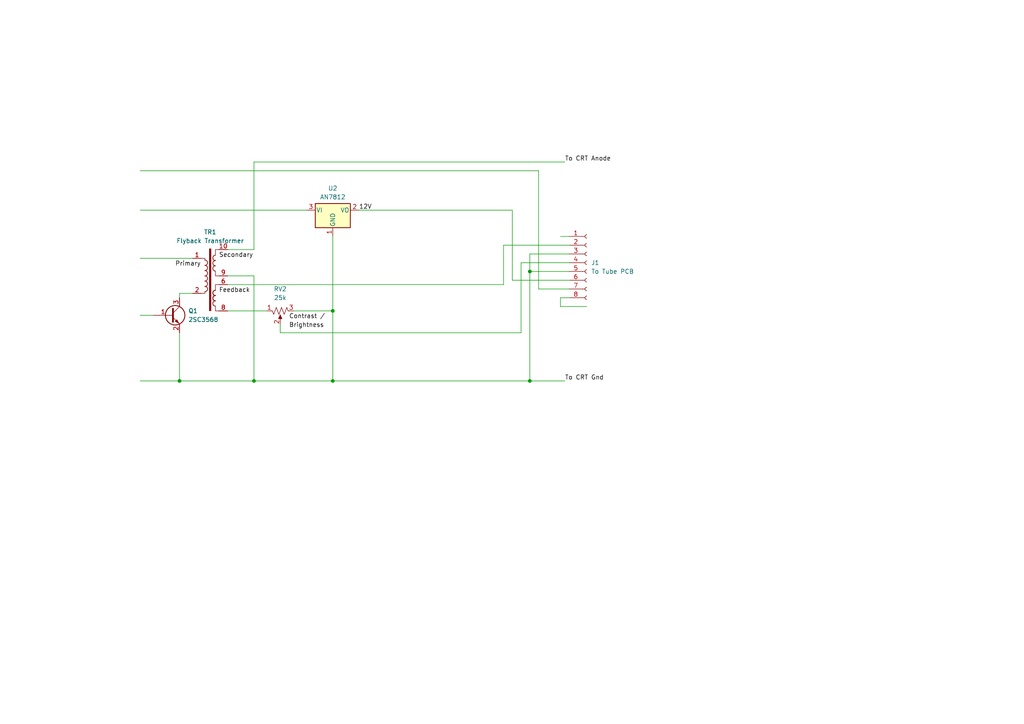
<source format=kicad_sch>
(kicad_sch (version 20211123) (generator eeschema)
  (paper "A4")
  (lib_symbols
    (symbol "Connector:Conn_01x08_Female" (pin_names (offset 1.016) hide)
      (property "Reference" "J" (at 0 10.16 0))
      (property "Value" "Conn_01x08_Female" (at 0 -12.7 0))
      (symbol "Conn_01x08_Female_1_1"
        (arc (start 0 -9.652) (mid -0.508 -10.16) (end 0 -10.668) (stroke (width 0.1524)))
        (arc (start 0 -7.112) (mid -0.508 -7.62) (end 0 -8.128) (stroke (width 0.1524)))
        (arc (start 0 -4.572) (mid -0.508 -5.08) (end 0 -5.588) (stroke (width 0.1524)))
        (arc (start 0 -2.032) (mid -0.508 -2.54) (end 0 -3.048) (stroke (width 0.1524)))
        (polyline (pts (xy -1.27 -10.16) (xy -0.508 -10.16)) (stroke (width 0.1524)))
        (polyline (pts (xy -1.27 -7.62) (xy -0.508 -7.62)) (stroke (width 0.1524)))
        (polyline (pts (xy -1.27 -5.08) (xy -0.508 -5.08)) (stroke (width 0.1524)))
        (polyline (pts (xy -1.27 -2.54) (xy -0.508 -2.54)) (stroke (width 0.1524)))
        (polyline (pts (xy -1.27 0) (xy -0.508 0)) (stroke (width 0.1524)))
        (polyline (pts (xy -1.27 2.54) (xy -0.508 2.54)) (stroke (width 0.1524)))
        (polyline (pts (xy -1.27 5.08) (xy -0.508 5.08)) (stroke (width 0.1524)))
        (polyline (pts (xy -1.27 7.62) (xy -0.508 7.62)) (stroke (width 0.1524)))
        (arc (start 0 0.508) (mid -0.508 0) (end 0 -0.508) (stroke (width 0.1524)))
        (arc (start 0 3.048) (mid -0.508 2.54) (end 0 2.032) (stroke (width 0.1524)))
        (arc (start 0 5.588) (mid -0.508 5.08) (end 0 4.572) (stroke (width 0.1524)))
        (arc (start 0 8.128) (mid -0.508 7.62) (end 0 7.112) (stroke (width 0.1524)))
        (pin passive line (at -5.08 7.62 0) (length 3.81) (name "Pin_1") (number "1"))
        (pin passive line (at -5.08 5.08 0) (length 3.81) (name "Pin_2") (number "2"))
        (pin passive line (at -5.08 2.54 0) (length 3.81) (name "Pin_3") (number "3"))
        (pin passive line (at -5.08 0 0) (length 3.81) (name "Pin_4") (number "4"))
        (pin passive line (at -5.08 -2.54 0) (length 3.81) (name "Pin_5") (number "5"))
        (pin passive line (at -5.08 -5.08 0) (length 3.81) (name "Pin_6") (number "6"))
        (pin passive line (at -5.08 -7.62 0) (length 3.81) (name "Pin_7") (number "7"))
        (pin passive line (at -5.08 -10.16 0) (length 3.81) (name "Pin_8") (number "8"))
      )
    )
    (symbol "Device:R_Potentiometer_US" (pin_names (offset 1.016) hide)
      (property "Reference" "RV" (at -4.445 0 90))
      (property "Value" "R_Potentiometer_US" (at -2.54 0 90))
      (symbol "R_Potentiometer_US_0_1"
        (polyline (pts (xy 0 -2.286) (xy 0 -2.54)))
        (polyline (pts (xy 0 2.54) (xy 0 2.286)))
        (polyline (pts (xy 2.54 0) (xy 1.524 0)))
        (polyline (pts (xy 1.143 0) (xy 2.286 0.508) (xy 2.286 -0.508) (xy 1.143 0)) (fill (type outline)))
        (polyline (pts (xy 0 -0.762) (xy 1.016 -1.143) (xy 0 -1.524) (xy -1.016 -1.905) (xy 0 -2.286)))
        (polyline (pts (xy 0 0.762) (xy 1.016 0.381) (xy 0 0) (xy -1.016 -0.381) (xy 0 -0.762)))
        (polyline (pts (xy 0 2.286) (xy 1.016 1.905) (xy 0 1.524) (xy -1.016 1.143) (xy 0 0.762)))
      )
      (symbol "R_Potentiometer_US_1_1"
        (pin passive line (at 0 3.81 270) (length 1.27) (name "1") (number "1"))
        (pin passive line (at 3.81 0 180) (length 1.27) (name "2") (number "2"))
        (pin passive line (at 0 -3.81 90) (length 1.27) (name "3") (number "3"))
      )
    )
    (symbol "Regulator_Linear:AMS1117-5.0" (pin_names (offset 0.254))
      (property "Reference" "U" (at -3.81 3.175 0))
      (property "Value" "AMS1117-5.0" (at 0 3.175 0))
      (symbol "AMS1117-5.0_0_1"
        (rectangle (start -5.08 -5.08) (end 5.08 1.905) (stroke (width 0.254)) (fill (type background)))
      )
      (symbol "AMS1117-5.0_1_1"
        (pin power_in line (at 0 -7.62 90) (length 2.54) (name "GND") (number "1"))
        (pin power_out line (at 7.62 0 180) (length 2.54) (name "VO") (number "2"))
        (pin power_in line (at -7.62 0 0) (length 2.54) (name "VI") (number "3"))
      )
    )
    (symbol "Transformer:TEZ4.0-D-2" (pin_names (offset 0.0254))
      (property "Reference" "TR" (at 0 8.89 0))
      (property "Value" "TEZ4.0-D-2" (at 0 -11.43 0))
      (symbol "TEZ4.0-D-2_0_1"
        (arc (start -1.524 -4.572) (mid -0.762 -3.81) (end -1.524 -3.048) (stroke (width 0.2032)))
        (arc (start -1.524 -3.048) (mid -0.762 -2.286) (end -1.524 -1.524) (stroke (width 0.2032)))
        (arc (start -1.524 -1.524) (mid -0.762 -0.762) (end -1.524 0) (stroke (width 0.2032)))
        (arc (start -1.524 0) (mid -0.762 0.762) (end -1.524 1.524) (stroke (width 0.2032)))
        (arc (start -1.524 1.524) (mid -0.762 2.286) (end -1.524 3.048) (stroke (width 0.2032)))
        (arc (start -1.524 3.048) (mid -0.762 3.81) (end -1.524 4.572) (stroke (width 0.2032)))
        (rectangle (start -0.254 7.874) (end 0.254 -10.16) (stroke (width 0.0254)) (fill (type outline)))
        (polyline (pts (xy -1.524 -4.572) (xy -1.524 -5.08) (xy -2.54 -5.08)))
        (polyline (pts (xy -1.524 4.572) (xy -1.524 5.08) (xy -2.54 5.08)))
        (polyline (pts (xy 1.524 -8.89) (xy 1.524 -10.16) (xy 2.54 -10.16)))
        (polyline (pts (xy 2.54 -2.54) (xy 1.524 -2.54) (xy 1.524 -4.064)))
        (polyline (pts (xy 2.54 0) (xy 1.524 0) (xy 1.524 1.27)))
        (polyline (pts (xy 2.54 7.62) (xy 1.524 7.62) (xy 1.524 6.096)))
        (arc (start 1.524 -7.239) (mid 0.762 -8.001) (end 1.524 -8.763) (stroke (width 0.2032)))
        (arc (start 1.524 -5.715) (mid 0.762 -6.477) (end 1.524 -7.239) (stroke (width 0.2032)))
        (arc (start 1.524 -5.715) (mid 0.762 -6.477) (end 1.524 -7.239) (stroke (width 0.2032)))
        (arc (start 1.524 -4.191) (mid 0.762 -4.953) (end 1.524 -5.715) (stroke (width 0.2032)))
        (arc (start 1.524 -4.191) (mid 0.762 -4.953) (end 1.524 -5.715) (stroke (width 0.2032)))
        (arc (start 1.524 2.921) (mid 0.762 2.159) (end 1.524 1.397) (stroke (width 0.2032)))
        (arc (start 1.524 4.445) (mid 0.762 3.683) (end 1.524 2.921) (stroke (width 0.2032)))
        (arc (start 1.524 5.969) (mid 0.762 5.207) (end 1.524 4.445) (stroke (width 0.2032)))
      )
      (symbol "TEZ4.0-D-2_1_1"
        (pin passive line (at -5.08 5.08 0) (length 2.54) (name "~") (number "1"))
        (pin passive line (at 5.08 7.62 180) (length 2.54) (name "~") (number "10"))
        (pin passive line (at -5.08 -5.08 0) (length 2.54) (name "~") (number "2"))
        (pin passive line (at 5.08 -2.54 180) (length 2.54) (name "~") (number "6"))
        (pin passive line (at 5.08 -10.16 180) (length 2.54) (name "~") (number "8"))
        (pin passive line (at 5.08 0 180) (length 2.54) (name "") (number "9"))
      )
    )
    (symbol "Transistor_BJT:2SC4213" (pin_names (offset 0) hide)
      (property "Reference" "Q" (at 5.08 1.905 0))
      (property "Value" "2SC4213" (at 5.08 0 0))
      (symbol "2SC4213_0_1"
        (polyline (pts (xy 0.635 0.635) (xy 2.54 2.54)))
        (polyline (pts (xy 0.635 -0.635) (xy 2.54 -2.54) (xy 2.54 -2.54)))
        (polyline (pts (xy 0.635 1.905) (xy 0.635 -1.905) (xy 0.635 -1.905)) (stroke (width 0.508)))
        (polyline (pts (xy 1.27 -1.778) (xy 1.778 -1.27) (xy 2.286 -2.286) (xy 1.27 -1.778) (xy 1.27 -1.778)) (fill (type outline)))
        (circle (center 1.27 0) (radius 2.8194) (stroke (width 0.254)))
      )
      (symbol "2SC4213_1_1"
        (pin input line (at -5.08 0 0) (length 5.715) (name "B") (number "1"))
        (pin passive line (at 2.54 -5.08 90) (length 2.54) (name "E") (number "2"))
        (pin passive line (at 2.54 5.08 270) (length 2.54) (name "C") (number "3"))
      )
    )
  )
  (junction (at 96.52 90.17))
  (junction (at 153.67 110.49))
  (junction (at 153.67 78.74))
  (junction (at 52.07 110.49))
  (junction (at 96.52 110.49))
  (junction (at 73.66 110.49))
  (wire (pts (xy 40.64 91.44) (xy 44.45 91.44)))
  (wire (pts (xy 148.59 60.96) (xy 148.59 81.28)))
  (wire (pts (xy 162.56 86.36) (xy 162.56 88.9)))
  (wire (pts (xy 55.88 85.09) (xy 52.07 85.09)))
  (wire (pts (xy 146.05 82.55) (xy 146.05 71.12)))
  (wire (pts (xy 96.52 110.49) (xy 153.67 110.49)))
  (wire (pts (xy 151.13 76.2) (xy 165.1 76.2)))
  (wire (pts (xy 85.09 90.17) (xy 96.52 90.17)))
  (wire (pts (xy 165.1 86.36) (xy 162.56 86.36)))
  (wire (pts (xy 162.56 88.9) (xy 170.18 88.9)))
  (wire (pts (xy 73.66 80.01) (xy 73.66 110.49)))
  (wire (pts (xy 40.64 110.49) (xy 52.07 110.49)))
  (wire (pts (xy 146.05 71.12) (xy 165.1 71.12)))
  (wire (pts (xy 40.64 49.53) (xy 156.21 49.53)))
  (wire (pts (xy 81.28 93.98) (xy 81.28 96.52)))
  (wire (pts (xy 96.52 68.58) (xy 96.52 90.17)))
  (wire (pts (xy 96.52 90.17) (xy 96.52 110.49)))
  (wire (pts (xy 66.04 82.55) (xy 146.05 82.55)))
  (wire (pts (xy 104.14 60.96) (xy 148.59 60.96)))
  (wire (pts (xy 73.66 72.39) (xy 73.66 46.99)))
  (wire (pts (xy 73.66 110.49) (xy 96.52 110.49)))
  (wire (pts (xy 81.28 96.52) (xy 151.13 96.52)))
  (wire (pts (xy 66.04 80.01) (xy 73.66 80.01)))
  (wire (pts (xy 165.1 83.82) (xy 156.21 83.82)))
  (wire (pts (xy 153.67 78.74) (xy 153.67 110.49)))
  (wire (pts (xy 156.21 49.53) (xy 156.21 83.82)))
  (wire (pts (xy 153.67 73.66) (xy 153.67 78.74)))
  (wire (pts (xy 66.04 90.17) (xy 77.47 90.17)))
  (wire (pts (xy 148.59 81.28) (xy 165.1 81.28)))
  (wire (pts (xy 40.64 74.93) (xy 55.88 74.93)))
  (wire (pts (xy 162.56 68.58) (xy 165.1 68.58)))
  (wire (pts (xy 40.64 60.96) (xy 88.9 60.96)))
  (wire (pts (xy 165.1 73.66) (xy 153.67 73.66)))
  (wire (pts (xy 73.66 46.99) (xy 163.83 46.99)))
  (wire (pts (xy 151.13 96.52) (xy 151.13 76.2)))
  (wire (pts (xy 52.07 110.49) (xy 73.66 110.49)))
  (wire (pts (xy 52.07 96.52) (xy 52.07 110.49)))
  (wire (pts (xy 153.67 110.49) (xy 163.83 110.49)))
  (wire (pts (xy 66.04 72.39) (xy 73.66 72.39)))
  (wire (pts (xy 52.07 85.09) (xy 52.07 86.36)))
  (wire (pts (xy 153.67 78.74) (xy 165.1 78.74)))
  (label "To CRT Anode" (at 163.83 46.99 0))
  (label "Primary" (at 50.8 77.47 0))
  (label "To CRT Gnd" (at 163.83 110.49 0))
  (label "Secondary" (at 63.5 74.93 0))
  (label "Contrast {slash}" (at 83.82 92.71 0))
  (label "12V" (at 104.14 60.96 0))
  (label "Feedback" (at 63.5 85.09 0))
  (label "Brightness" (at 83.82 95.25 0))
  (symbol (lib_id "Transformer:TEZ4.0-D-2") (at 60.96 80.01 0) (unit 1)
    (property "Reference" "TR1" (at 60.96 67.31 0))
    (property "Value" "Flyback Transformer" (at 60.96 69.85 0))
    (property "Footprint" "Transformer_THT:Transformer_Breve_TEZ-35x42" (effects hide))
    (property "Datasheet" "http://www.breve.pl/pdf/ANG/TEZ_ang.pdf" (effects hide))
  )
  (symbol (lib_id "Transistor_BJT:2SC4213") (at 49.53 91.44 0) (unit 1)
    (property "Reference" "Q1" (at 54.61 90.1699 0) (effects (justify left)))
    (property "Value" "2SC3568" (at 54.61 92.7099 0) (effects (justify left)))
    (property "Footprint" "Package_TO_SOT_SMD:SOT-323_SC-70" (effects hide))
    (property "Datasheet" "https://toshiba.semicon-storage.com/info/docget.jsp?did=19305&prodName=2SC4213" (effects hide))
  )
  (symbol (lib_id "Regulator_Linear:AMS1117-5.0") (at 96.52 60.96 0) (unit 1)
    (property "Reference" "U2" (at 96.52 54.61 0))
    (property "Value" "AN7812" (at 96.52 57.15 0))
    (property "Footprint" "Package_TO_SOT_SMD:SOT-223-3_TabPin2" (effects hide))
    (property "Datasheet" "http://www.advanced-monolithic.com/pdf/ds1117.pdf" (effects hide))
  )
  (symbol (lib_id "Connector:Conn_01x08_Female") (at 170.18 76.2 0) (unit 1)
    (property "Reference" "J1" (at 171.45 76.1999 0) (effects (justify left)))
    (property "Value" "To Tube PCB" (at 171.45 78.7399 0) (effects (justify left)))
  )
  (symbol (lib_id "Device:R_Potentiometer_US") (at 81.28 90.17 90) (mirror x) (unit 1)
    (property "Reference" "RV2" (at 81.28 83.82 90))
    (property "Value" "25k" (at 81.28 86.36 90))
  )
)
</source>
